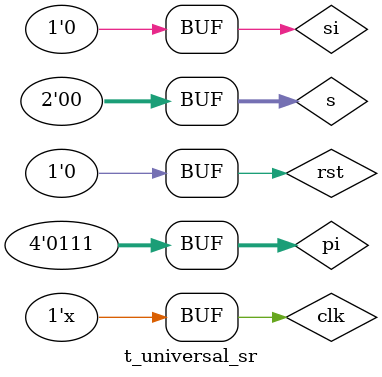
<source format=v>
module t_universal_sr();
wire [3:0] q;
reg [1:0] s;
reg clk,rst,si;
reg [3:0] pi;

universal_sr m1(q,clk,rst,s,si,pi);

initial begin
clk=0;rst=0;s=2'b00;si=1;pi=4'b0110;
#2 rst=1;
#8 rst=0;s=2'b01;
#40 s=2'b10;si=0;
#40 s=2'b11;
#10 pi=4'b0111;
#10 s=2'b00;
end
always #5 clk=~clk;
endmodule
</source>
